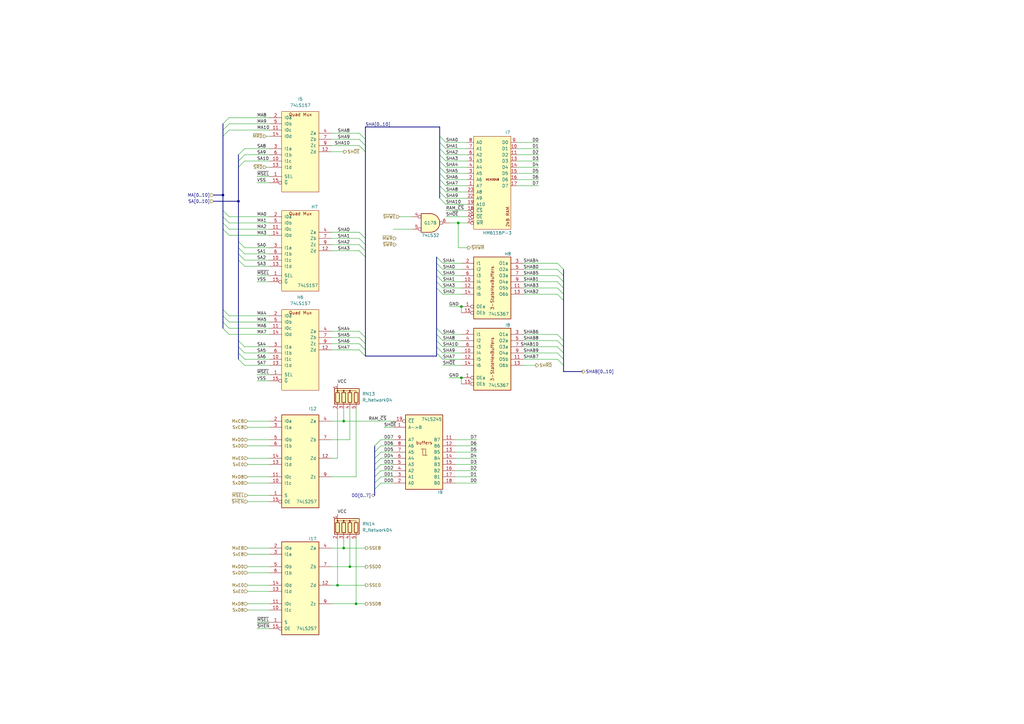
<source format=kicad_sch>
(kicad_sch (version 20231120) (generator "eeschema") (generator_version "8.0")
  (paper "A3")
  (title_block (title "Shared Memory") (date "2024-10-12") (company "JOTEGO") (comment 1 "Jose Tejada"))
  (lib_symbols
    (symbol "Device:R_Network04" (pin_names (offset 0) hide)
      (property "Reference" "RN" (at -7.62 0 90))
      (property "Value" "R_Network04" (at 5.08 0 90))
      (symbol "R_Network04_0_1"
        (rectangle (start -6.35 -3.175) (end 3.81 3.175) (stroke (width 0.254)) (fill (type background)))
        (rectangle (start -5.842 1.524) (end -4.318 -2.54) (stroke (width 0.254)))
        (circle (center -5.08 2.286) (radius 0.254) (fill (type outline)))
        (rectangle (start -3.302 1.524) (end -1.778 -2.54) (stroke (width 0.254)))
        (circle (center -2.54 2.286) (radius 0.254) (fill (type outline)))
        (rectangle (start -0.762 1.524) (end 0.762 -2.54) (stroke (width 0.254)))
        (polyline (pts (xy -5.08 -2.54) (xy -5.08 -3.81)))
        (polyline (pts (xy -2.54 -2.54) (xy -2.54 -3.81)))
        (polyline (pts (xy 0 -2.54) (xy 0 -3.81)))
        (polyline (pts (xy 2.54 -2.54) (xy 2.54 -3.81)))
        (polyline (pts (xy -5.08 1.524) (xy -5.08 2.286) (xy -2.54 2.286) (xy -2.54 1.524)))
        (polyline (pts (xy -2.54 1.524) (xy -2.54 2.286) (xy 0 2.286) (xy 0 1.524)))
        (polyline (pts (xy 0 1.524) (xy 0 2.286) (xy 2.54 2.286) (xy 2.54 1.524)))
        (circle (center 0 2.286) (radius 0.254) (fill (type outline)))
        (rectangle (start 1.778 1.524) (end 3.302 -2.54) (stroke (width 0.254)))
      )
      (symbol "R_Network04_1_1"
        (pin passive line (at -5.08 5.08 270) (length 2.54) (name "common") (number "1"))
        (pin passive line (at -5.08 -5.08 90) (length 1.27) (name "R1") (number "2"))
        (pin passive line (at -2.54 -5.08 90) (length 1.27) (name "R2") (number "3"))
        (pin passive line (at 0 -5.08 90) (length 1.27) (name "R3") (number "4"))
        (pin passive line (at 2.54 -5.08 90) (length 1.27) (name "R4") (number "5"))
      )
    )
    (symbol "arcade:HM6116P-3" (pin_names (offset 1.016))
      (property "Reference" "U" (at 0 21.59 0))
      (property "Value" "HM6116P-3" (at 1.27 19.05 0))
      (symbol "HM6116P-3_0_0"
        (text "2kB RAM" (at 6.35 -15.24 900) (effects (font (size 1.27 1.27))))
        (text "MCM2018" (at 0 0 0) (effects (font (size 0.762 0.762))))
      )
      (symbol "HM6116P-3_0_1"
        (rectangle (start -7.62 17.78) (end 7.62 -20.32) (fill (type background)))
      )
      (symbol "HM6116P-3_1_1"
        (pin input line (at -10.16 -2.54 0) (length 2.54) (name "A7") (number "1"))
        (pin tri_state line (at 10.16 12.7 180) (length 2.54) (name "D1") (number "10"))
        (pin tri_state line (at 10.16 10.16 180) (length 2.54) (name "D2") (number "11"))
        (pin power_in line (at 0 -20.32 90) (length 5.08) hide (name "VSS") (number "12"))
        (pin tri_state line (at 10.16 7.62 180) (length 2.54) (name "D3") (number "13"))
        (pin tri_state line (at 10.16 5.08 180) (length 2.54) (name "D4") (number "14"))
        (pin tri_state line (at 10.16 2.54 180) (length 2.54) (name "D5") (number "15"))
        (pin tri_state line (at 10.16 0 180) (length 2.54) (name "D6") (number "16"))
        (pin tri_state line (at 10.16 -2.54 180) (length 2.54) (name "D7") (number "17"))
        (pin input inverted (at -10.16 -12.7 0) (length 2.54) (name "~{CS}") (number "18"))
        (pin input line (at -10.16 -10.16 0) (length 2.54) (name "A10") (number "19"))
        (pin input line (at -10.16 0 0) (length 2.54) (name "A6") (number "2"))
        (pin input inverted (at -10.16 -15.24 0) (length 2.54) (name "~{OE}") (number "20"))
        (pin input inverted (at -10.16 -17.78 0) (length 2.54) (name "~{WR}") (number "21"))
        (pin input line (at -10.16 -7.62 0) (length 2.54) (name "A9") (number "22"))
        (pin input line (at -10.16 -5.08 0) (length 2.54) (name "A8") (number "23"))
        (pin power_in line (at 0 17.78 270) (length 5.08) hide (name "VCC") (number "24"))
        (pin input line (at -10.16 2.54 0) (length 2.54) (name "A5") (number "3"))
        (pin input line (at -10.16 5.08 0) (length 2.54) (name "A4") (number "4"))
        (pin input line (at -10.16 7.62 0) (length 2.54) (name "A3") (number "5"))
        (pin input line (at -10.16 10.16 0) (length 2.54) (name "A2") (number "6"))
        (pin input line (at -10.16 12.7 0) (length 2.54) (name "A1") (number "7"))
        (pin input line (at -10.16 15.24 0) (length 2.54) (name "A0") (number "8"))
        (pin tri_state line (at 10.16 15.24 180) (length 2.54) (name "D0") (number "9"))
      )
    )
    (symbol "jt74:74LS157" (pin_names (offset 1.016))
      (property "Reference" "U" (at 5.08 16.51 0))
      (property "Value" "74LS157" (at 0 -16.51 0))
      (symbol "74LS157_0_0"
        (text "Quad Mux" (at 0 13.97 0) (effects (font (size 1.27 1.27))))
      )
      (symbol "74LS157_1_0"
        (pin input line (at -12.7 -11.43 0) (length 5.08) (name "SEL") (number "1"))
        (pin input line (at -12.7 -5.08 0) (length 5.08) (name "I1c") (number "10"))
        (pin input line (at -12.7 7.62 0) (length 5.08) (name "I0c") (number "11"))
        (pin output line (at 12.7 -1.27 180) (length 5.08) (name "Zd") (number "12"))
        (pin input line (at -12.7 -7.62 0) (length 5.08) (name "I1d") (number "13"))
        (pin input line (at -12.7 5.08 0) (length 5.08) (name "I0d") (number "14"))
        (pin input inverted (at -12.7 -13.97 0) (length 5.08) (name "~{G}") (number "15"))
        (pin input line (at -12.7 12.7 0) (length 5.08) (name "I0a") (number "2"))
        (pin input line (at -12.7 0 0) (length 5.08) (name "I1a") (number "3"))
        (pin output line (at 12.7 6.35 180) (length 5.08) (name "Za") (number "4"))
        (pin input line (at -12.7 10.16 0) (length 5.08) (name "I0b") (number "5"))
        (pin input line (at -12.7 -2.54 0) (length 5.08) (name "I1b") (number "6"))
        (pin output line (at 12.7 3.81 180) (length 5.08) (name "Zb") (number "7"))
        (pin output line (at 12.7 1.27 180) (length 5.08) (name "Zc") (number "9"))
      )
      (symbol "74LS157_1_1"
        (rectangle (start -7.62 15.24) (end 7.62 -17.78) (fill (type background)))
      )
    )
    (symbol "jt74:74LS245" (pin_names (offset 1.016))
      (property "Reference" "U" (at -7.62 16.51 0))
      (property "Value" "74LS245" (at 2.54 -13.97 0))
      (symbol "74LS245_0_0"
        (text "buffers" (at 0 -3.81 0) (effects (font (size 1.27 1.27))))
      )
      (symbol "74LS245_1_0"
        (polyline (pts (xy -0.635 -1.27) (xy -0.635 1.27) (xy 0.635 1.27)))
        (polyline (pts (xy -1.27 -1.27) (xy 0.635 -1.27) (xy 0.635 1.27) (xy 1.27 1.27)))
        (pin input line (at -12.7 -10.16 0) (length 5.08) (name "A->B") (number "1"))
        (pin tri_state line (at 12.7 -5.08 180) (length 5.08) (name "B7") (number "11"))
        (pin tri_state line (at 12.7 -2.54 180) (length 5.08) (name "B6") (number "12"))
        (pin tri_state line (at 12.7 0 180) (length 5.08) (name "B5") (number "13"))
        (pin tri_state line (at 12.7 2.54 180) (length 5.08) (name "B4") (number "14"))
        (pin tri_state line (at 12.7 5.08 180) (length 5.08) (name "B3") (number "15"))
        (pin tri_state line (at 12.7 7.62 180) (length 5.08) (name "B2") (number "16"))
        (pin tri_state line (at 12.7 10.16 180) (length 5.08) (name "B1") (number "17"))
        (pin tri_state line (at 12.7 12.7 180) (length 5.08) (name "B0") (number "18"))
        (pin input inverted (at -12.7 -12.7 0) (length 5.08) (name "~{CE}") (number "19"))
        (pin tri_state line (at -12.7 12.7 0) (length 5.08) (name "A0") (number "2"))
        (pin tri_state line (at -12.7 10.16 0) (length 5.08) (name "A1") (number "3"))
        (pin tri_state line (at -12.7 7.62 0) (length 5.08) (name "A2") (number "4"))
        (pin tri_state line (at -12.7 5.08 0) (length 5.08) (name "A3") (number "5"))
        (pin tri_state line (at -12.7 2.54 0) (length 5.08) (name "A4") (number "6"))
        (pin tri_state line (at -12.7 0 0) (length 5.08) (name "A5") (number "7"))
        (pin tri_state line (at -12.7 -2.54 0) (length 5.08) (name "A6") (number "8"))
        (pin tri_state line (at -12.7 -5.08 0) (length 5.08) (name "A7") (number "9"))
      )
      (symbol "74LS245_1_1"
        (rectangle (start -7.62 15.24) (end 7.62 -15.24) (stroke (width 0.254)) (fill (type background)))
      )
    )
    (symbol "jt74:74LS257" (pin_names (offset 1.016))
      (property "Reference" "U" (at -7.62 19.05 0))
      (property "Value" "74LS257" (at 3.048 -18.923 0))
      (symbol "74LS257_1_0"
        (pin input line (at -12.7 -15.24 0) (length 5.08) (name "S") (number "1"))
        (pin input line (at -12.7 -10.16 0) (length 5.08) (name "I1c") (number "10"))
        (pin input line (at -12.7 -7.62 0) (length 5.08) (name "I0c") (number "11"))
        (pin tri_state line (at 12.7 0 180) (length 5.08) (name "Zd") (number "12"))
        (pin input line (at -12.7 -2.54 0) (length 5.08) (name "I1d") (number "13"))
        (pin input line (at -12.7 0 0) (length 5.08) (name "I0d") (number "14"))
        (pin input inverted (at -12.7 -17.78 0) (length 5.08) (name "OE") (number "15"))
        (pin input line (at -12.7 15.24 0) (length 5.08) (name "I0a") (number "2"))
        (pin input line (at -12.7 12.7 0) (length 5.08) (name "I1a") (number "3"))
        (pin tri_state line (at 12.7 15.24 180) (length 5.08) (name "Za") (number "4"))
        (pin input line (at -12.7 7.62 0) (length 5.08) (name "I0b") (number "5"))
        (pin input line (at -12.7 5.08 0) (length 5.08) (name "I1b") (number "6"))
        (pin tri_state line (at 12.7 7.62 180) (length 5.08) (name "Zb") (number "7"))
        (pin tri_state line (at 12.7 -7.62 180) (length 5.08) (name "Zc") (number "9"))
      )
      (symbol "74LS257_1_1"
        (rectangle (start -7.62 17.78) (end 7.62 -20.32) (stroke (width 0.254)) (fill (type background)))
      )
    )
    (symbol "jt74:74LS32" (pin_names (offset 1.016))
      (property "Reference" "U" (at 0 1.27 0))
      (property "Value" "74LS32" (at 0 -1.27 0))
      (symbol "74LS32_1_1"
        (arc (start -3.81 -3.81) (mid -2.589 0) (end -3.81 3.81) (stroke (width 0.254)))
        (arc (start -0.6096 -3.81) (mid 2.1842 -2.5851) (end 3.81 0) (stroke (width 0.254)) (fill (type background)))
        (polyline (pts (xy -3.81 -3.81) (xy -0.635 -3.81)) (stroke (width 0.254)) (fill (type background)))
        (polyline (pts (xy -3.81 3.81) (xy -0.635 3.81)) (stroke (width 0.254)) (fill (type background)))
        (polyline (pts (xy -0.635 3.81) (xy -3.81 3.81) (xy -3.81 3.81) (xy -3.556 3.4036) (xy -3.0226 2.2606) (xy -2.6924 1.0414) (xy -2.6162 -0.254) (xy -2.7686 -1.4986) (xy -3.175 -2.7178) (xy -3.81 -3.81) (xy -3.81 -3.81) (xy -0.635 -3.81)) (stroke (width -25.4)) (fill (type background)))
        (arc (start 3.81 0) (mid 2.1915 2.5936) (end -0.6096 3.81) (stroke (width 0.254)) (fill (type background)))
        (pin input line (at -7.62 2.54 0) (length 4.318) (name "~") (number "1"))
        (pin input line (at -7.62 -2.54 0) (length 4.318) (name "~") (number "2"))
        (pin output line (at 7.62 0 180) (length 3.81) (name "~") (number "3"))
      )
      (symbol "74LS32_1_2"
        (arc (start 0 -3.81) (mid 3.7934 0) (end 0 3.81) (stroke (width 0.254)) (fill (type background)))
        (polyline (pts (xy 0 3.81) (xy -3.81 3.81) (xy -3.81 -3.81) (xy 0 -3.81)) (stroke (width 0.254)) (fill (type background)))
        (pin input inverted (at -7.62 2.54 0) (length 3.81) (name "~") (number "1"))
        (pin input inverted (at -7.62 -2.54 0) (length 3.81) (name "~") (number "2"))
        (pin output inverted (at 7.62 0 180) (length 3.81) (name "~") (number "3"))
      )
      (symbol "74LS32_2_1"
        (arc (start -3.81 -3.81) (mid -2.589 0) (end -3.81 3.81) (stroke (width 0.254)))
        (arc (start -0.6096 -3.81) (mid 2.1842 -2.5851) (end 3.81 0) (stroke (width 0.254)) (fill (type background)))
        (polyline (pts (xy -3.81 -3.81) (xy -0.635 -3.81)) (stroke (width 0.254)) (fill (type background)))
        (polyline (pts (xy -3.81 3.81) (xy -0.635 3.81)) (stroke (width 0.254)) (fill (type background)))
        (polyline (pts (xy -0.635 3.81) (xy -3.81 3.81) (xy -3.81 3.81) (xy -3.556 3.4036) (xy -3.0226 2.2606) (xy -2.6924 1.0414) (xy -2.6162 -0.254) (xy -2.7686 -1.4986) (xy -3.175 -2.7178) (xy -3.81 -3.81) (xy -3.81 -3.81) (xy -0.635 -3.81)) (stroke (width -25.4)) (fill (type background)))
        (arc (start 3.81 0) (mid 2.1915 2.5936) (end -0.6096 3.81) (stroke (width 0.254)) (fill (type background)))
        (pin input line (at -7.62 2.54 0) (length 4.318) (name "~") (number "4"))
        (pin input line (at -7.62 -2.54 0) (length 4.318) (name "~") (number "5"))
        (pin output line (at 7.62 0 180) (length 3.81) (name "~") (number "6"))
      )
      (symbol "74LS32_2_2"
        (arc (start 0 -3.81) (mid 3.7934 0) (end 0 3.81) (stroke (width 0.254)) (fill (type background)))
        (polyline (pts (xy 0 3.81) (xy -3.81 3.81) (xy -3.81 -3.81) (xy 0 -3.81)) (stroke (width 0.254)) (fill (type background)))
        (pin input inverted (at -7.62 2.54 0) (length 3.81) (name "~") (number "4"))
        (pin input inverted (at -7.62 -2.54 0) (length 3.81) (name "~") (number "5"))
        (pin output inverted (at 7.62 0 180) (length 3.81) (name "~") (number "6"))
      )
      (symbol "74LS32_3_1"
        (arc (start -3.81 -3.81) (mid -2.589 0) (end -3.81 3.81) (stroke (width 0.254)))
        (arc (start -0.6096 -3.81) (mid 2.1842 -2.5851) (end 3.81 0) (stroke (width 0.254)) (fill (type background)))
        (polyline (pts (xy -3.81 -3.81) (xy -0.635 -3.81)) (stroke (width 0.254)) (fill (type background)))
        (polyline (pts (xy -3.81 3.81) (xy -0.635 3.81)) (stroke (width 0.254)) (fill (type background)))
        (polyline (pts (xy -0.635 3.81) (xy -3.81 3.81) (xy -3.81 3.81) (xy -3.556 3.4036) (xy -3.0226 2.2606) (xy -2.6924 1.0414) (xy -2.6162 -0.254) (xy -2.7686 -1.4986) (xy -3.175 -2.7178) (xy -3.81 -3.81) (xy -3.81 -3.81) (xy -0.635 -3.81)) (stroke (width -25.4)) (fill (type background)))
        (arc (start 3.81 0) (mid 2.1915 2.5936) (end -0.6096 3.81) (stroke (width 0.254)) (fill (type background)))
        (pin input line (at -7.62 -2.54 0) (length 4.318) (name "~") (number "10"))
        (pin output line (at 7.62 0 180) (length 3.81) (name "~") (number "8"))
        (pin input line (at -7.62 2.54 0) (length 4.318) (name "~") (number "9"))
      )
      (symbol "74LS32_3_2"
        (arc (start 0 -3.81) (mid 3.7934 0) (end 0 3.81) (stroke (width 0.254)) (fill (type background)))
        (polyline (pts (xy 0 3.81) (xy -3.81 3.81) (xy -3.81 -3.81) (xy 0 -3.81)) (stroke (width 0.254)) (fill (type background)))
        (pin input inverted (at -7.62 -2.54 0) (length 3.81) (name "~") (number "10"))
        (pin output inverted (at 7.62 0 180) (length 3.81) (name "~") (number "8"))
        (pin input inverted (at -7.62 2.54 0) (length 3.81) (name "~") (number "9"))
      )
      (symbol "74LS32_4_1"
        (arc (start -3.81 -3.81) (mid -2.589 0) (end -3.81 3.81) (stroke (width 0.254)))
        (arc (start -0.6096 -3.81) (mid 2.1842 -2.5851) (end 3.81 0) (stroke (width 0.254)) (fill (type background)))
        (polyline (pts (xy -3.81 -3.81) (xy -0.635 -3.81)) (stroke (width 0.254)) (fill (type background)))
        (polyline (pts (xy -3.81 3.81) (xy -0.635 3.81)) (stroke (width 0.254)) (fill (type background)))
        (polyline (pts (xy -0.635 3.81) (xy -3.81 3.81) (xy -3.81 3.81) (xy -3.556 3.4036) (xy -3.0226 2.2606) (xy -2.6924 1.0414) (xy -2.6162 -0.254) (xy -2.7686 -1.4986) (xy -3.175 -2.7178) (xy -3.81 -3.81) (xy -3.81 -3.81) (xy -0.635 -3.81)) (stroke (width -25.4)) (fill (type background)))
        (arc (start 3.81 0) (mid 2.1915 2.5936) (end -0.6096 3.81) (stroke (width 0.254)) (fill (type background)))
        (pin output line (at 7.62 0 180) (length 3.81) (name "~") (number "11"))
        (pin input line (at -7.62 2.54 0) (length 4.318) (name "~") (number "12"))
        (pin input line (at -7.62 -2.54 0) (length 4.318) (name "~") (number "13"))
      )
      (symbol "74LS32_4_2"
        (arc (start 0 -3.81) (mid 3.7934 0) (end 0 3.81) (stroke (width 0.254)) (fill (type background)))
        (polyline (pts (xy 0 3.81) (xy -3.81 3.81) (xy -3.81 -3.81) (xy 0 -3.81)) (stroke (width 0.254)) (fill (type background)))
        (pin output inverted (at 7.62 0 180) (length 3.81) (name "~") (number "11"))
        (pin input inverted (at -7.62 2.54 0) (length 3.81) (name "~") (number "12"))
        (pin input inverted (at -7.62 -2.54 0) (length 3.81) (name "~") (number "13"))
      )
      (symbol "74LS32_5_0"
        (pin power_in line (at 0 7.62 270) (length 5.08) hide (name "VCC") (number "14"))
        (pin power_in line (at 0 -7.62 90) (length 5.08) hide (name "VSS") (number "7"))
      )
      (symbol "74LS32_5_1"
        (rectangle (start -5.08 7.62) (end 5.08 -7.62) (stroke (width 0.254)) (fill (type background)))
      )
    )
    (symbol "jt74:74LS367" (pin_names (offset 1.016))
      (property "Reference" "U" (at -7.62 13.97 0))
      (property "Value" "74LS367" (at -7.62 -13.97 0))
      (symbol "74LS367_0_0"
        (text "3-StateHexBuffers" (at 0 0 900) (effects (font (size 1.27 1.27))))
      )
      (symbol "74LS367_1_0"
        (pin input inverted (at -12.7 -7.62 0) (length 5.08) (name "OEa") (number "1"))
        (pin input line (at -12.7 2.54 0) (length 5.08) (name "I4") (number "10"))
        (pin tri_state line (at 12.7 0 180) (length 5.08) (name "O5b") (number "11"))
        (pin input line (at -12.7 0 0) (length 5.08) (name "I5") (number "12"))
        (pin tri_state line (at 12.7 -2.54 180) (length 5.08) (name "O6b") (number "13"))
        (pin input line (at -12.7 -2.54 0) (length 5.08) (name "I6") (number "14"))
        (pin input inverted (at -12.7 -10.16 0) (length 5.08) (name "OEb") (number "15"))
        (pin input line (at -12.7 10.16 0) (length 5.08) (name "I1") (number "2"))
        (pin tri_state line (at 12.7 10.16 180) (length 5.08) (name "O1a") (number "3"))
        (pin input line (at -12.7 7.62 0) (length 5.08) (name "I2") (number "4"))
        (pin tri_state line (at 12.7 7.62 180) (length 5.08) (name "O2a") (number "5"))
        (pin input line (at -12.7 5.08 0) (length 5.08) (name "I3") (number "6"))
        (pin tri_state line (at 12.7 5.08 180) (length 5.08) (name "O3a") (number "7"))
        (pin tri_state line (at 12.7 2.54 180) (length 5.08) (name "O4a") (number "9"))
      )
      (symbol "74LS367_1_1"
        (rectangle (start -7.62 12.7) (end 7.62 -12.7) (stroke (width 0.254)) (fill (type background)))
        (pin power_in line (at 0 12.7 270) (length 2.54) hide (name "VCC") (number "16"))
        (pin power_in line (at 0 -12.7 90) (length 2.54) hide (name "VSS") (number "8"))
      )
    )
  )
  (junction (at 189.23 154.94))
  (junction (at 140.97 172.72))
  (junction (at 91.44 80.01))
  (junction (at 97.79 82.55))
  (junction (at 140.97 224.79))
  (junction (at 143.51 232.41))
  (junction (at 189.23 125.73))
  (junction (at 187.96 91.44))
  (junction (at 146.05 247.65))
  (junction (at 138.43 240.03))
  (bus_entry (at 180.34 78.74) (size 2.54 2.54))
  (bus_entry (at 153.67 185.42) (size 2.54 -2.54))
  (bus_entry (at 97.79 66.04) (size 2.54 -2.54))
  (bus_entry (at 147.32 143.51) (size 2.54 2.54))
  (bus_entry (at 180.34 66.04) (size 2.54 2.54))
  (bus_entry (at 228.6 137.16) (size 2.54 2.54))
  (bus_entry (at 228.6 115.57) (size 2.54 2.54))
  (bus_entry (at 153.67 200.66) (size 2.54 -2.54))
  (bus_entry (at 180.34 55.88) (size 2.54 2.54))
  (bus_entry (at 180.34 73.66) (size 2.54 2.54))
  (bus_entry (at 97.79 68.58) (size 2.54 -2.54))
  (bus_entry (at 180.34 68.58) (size 2.54 2.54))
  (bus_entry (at 91.44 127) (size 2.54 2.54))
  (bus_entry (at 179.07 110.49) (size 2.54 2.54))
  (bus_entry (at 179.07 113.03) (size 2.54 2.54))
  (bus_entry (at 228.6 107.95) (size 2.54 2.54))
  (bus_entry (at 228.6 110.49) (size 2.54 2.54))
  (bus_entry (at 179.07 118.11) (size 2.54 2.54))
  (bus_entry (at 91.44 86.36) (size 2.54 2.54))
  (bus_entry (at 147.32 135.89) (size 2.54 2.54))
  (bus_entry (at 91.44 53.34) (size 2.54 -2.54))
  (bus_entry (at 91.44 91.44) (size 2.54 2.54))
  (bus_entry (at 97.79 139.7) (size 2.54 2.54))
  (bus_entry (at 147.32 57.15) (size 2.54 2.54))
  (bus_entry (at 91.44 55.88) (size 2.54 -2.54))
  (bus_entry (at 180.34 60.96) (size 2.54 2.54))
  (bus_entry (at 97.79 104.14) (size 2.54 2.54))
  (bus_entry (at 147.32 138.43) (size 2.54 2.54))
  (bus_entry (at 180.34 63.5) (size 2.54 2.54))
  (bus_entry (at 147.32 100.33) (size 2.54 2.54))
  (bus_entry (at 228.6 147.32) (size 2.54 2.54))
  (bus_entry (at 147.32 97.79) (size 2.54 2.54))
  (bus_entry (at 91.44 129.54) (size 2.54 2.54))
  (bus_entry (at 228.6 118.11) (size 2.54 2.54))
  (bus_entry (at 91.44 93.98) (size 2.54 2.54))
  (bus_entry (at 228.6 144.78) (size 2.54 2.54))
  (bus_entry (at 180.34 58.42) (size 2.54 2.54))
  (bus_entry (at 91.44 88.9) (size 2.54 2.54))
  (bus_entry (at 179.07 105.41) (size 2.54 2.54))
  (bus_entry (at 147.32 95.25) (size 2.54 2.54))
  (bus_entry (at 97.79 106.68) (size 2.54 2.54))
  (bus_entry (at 179.07 139.7) (size 2.54 2.54))
  (bus_entry (at 153.67 195.58) (size 2.54 -2.54))
  (bus_entry (at 228.6 139.7) (size 2.54 2.54))
  (bus_entry (at 153.67 198.12) (size 2.54 -2.54))
  (bus_entry (at 179.07 115.57) (size 2.54 2.54))
  (bus_entry (at 153.67 190.5) (size 2.54 -2.54))
  (bus_entry (at 179.07 107.95) (size 2.54 2.54))
  (bus_entry (at 180.34 81.28) (size 2.54 2.54))
  (bus_entry (at 147.32 102.87) (size 2.54 2.54))
  (bus_entry (at 147.32 54.61) (size 2.54 2.54))
  (bus_entry (at 179.07 134.62) (size 2.54 2.54))
  (bus_entry (at 91.44 50.8) (size 2.54 -2.54))
  (bus_entry (at 179.07 144.78) (size 2.54 2.54))
  (bus_entry (at 147.32 59.69) (size 2.54 2.54))
  (bus_entry (at 180.34 76.2) (size 2.54 2.54))
  (bus_entry (at 97.79 99.06) (size 2.54 2.54))
  (bus_entry (at 180.34 71.12) (size 2.54 2.54))
  (bus_entry (at 153.67 187.96) (size 2.54 -2.54))
  (bus_entry (at 153.67 193.04) (size 2.54 -2.54))
  (bus_entry (at 91.44 132.08) (size 2.54 2.54))
  (bus_entry (at 179.07 137.16) (size 2.54 2.54))
  (bus_entry (at 97.79 144.78) (size 2.54 2.54))
  (bus_entry (at 147.32 140.97) (size 2.54 2.54))
  (bus_entry (at 153.67 182.88) (size 2.54 -2.54))
  (bus_entry (at 97.79 147.32) (size 2.54 2.54))
  (bus_entry (at 97.79 63.5) (size 2.54 -2.54))
  (bus_entry (at 228.6 113.03) (size 2.54 2.54))
  (bus_entry (at 228.6 120.65) (size 2.54 2.54))
  (bus_entry (at 91.44 134.62) (size 2.54 2.54))
  (bus_entry (at 179.07 142.24) (size 2.54 2.54))
  (bus_entry (at 97.79 142.24) (size 2.54 2.54))
  (bus_entry (at 228.6 142.24) (size 2.54 2.54))
  (bus_entry (at 97.79 101.6) (size 2.54 2.54))
  (wire (pts (xy 181.61 118.11) (xy 189.23 118.11)))
  (wire (pts (xy 156.21 180.34) (xy 161.29 180.34)))
  (wire (pts (xy 186.69 198.12) (xy 195.58 198.12)))
  (wire (pts (xy 182.88 81.28) (xy 191.77 81.28)))
  (bus (pts (xy 179.07 134.62) (xy 179.07 137.16)))
  (wire (pts (xy 146.05 247.65) (xy 135.89 247.65)))
  (wire (pts (xy 143.51 167.64) (xy 143.51 180.34)))
  (bus (pts (xy 149.86 57.15) (xy 149.86 52.07)))
  (wire (pts (xy 163.83 88.9) (xy 168.91 88.9)))
  (bus (pts (xy 87.63 82.55) (xy 97.79 82.55)))
  (wire (pts (xy 101.6 224.79) (xy 110.49 224.79)))
  (bus (pts (xy 97.79 82.55) (xy 97.79 99.06)))
  (bus (pts (xy 97.79 142.24) (xy 97.79 144.78)))
  (wire (pts (xy 182.88 83.82) (xy 191.77 83.82)))
  (wire (pts (xy 146.05 247.65) (xy 149.86 247.65)))
  (wire (pts (xy 212.09 58.42) (xy 220.98 58.42)))
  (wire (pts (xy 93.98 132.08) (xy 110.49 132.08)))
  (wire (pts (xy 181.61 107.95) (xy 189.23 107.95)))
  (wire (pts (xy 212.09 76.2) (xy 220.98 76.2)))
  (wire (pts (xy 101.6 247.65) (xy 110.49 247.65)))
  (wire (pts (xy 138.43 240.03) (xy 135.89 240.03)))
  (wire (pts (xy 105.41 72.39) (xy 110.49 72.39)))
  (wire (pts (xy 135.89 172.72) (xy 140.97 172.72)))
  (wire (pts (xy 156.21 190.5) (xy 161.29 190.5)))
  (wire (pts (xy 101.6 240.03) (xy 110.49 240.03)))
  (wire (pts (xy 212.09 63.5) (xy 220.98 63.5)))
  (bus (pts (xy 180.34 68.58) (xy 180.34 71.12)))
  (wire (pts (xy 182.88 66.04) (xy 191.77 66.04)))
  (wire (pts (xy 100.33 142.24) (xy 110.49 142.24)))
  (wire (pts (xy 214.63 137.16) (xy 228.6 137.16)))
  (wire (pts (xy 214.63 118.11) (xy 228.6 118.11)))
  (wire (pts (xy 105.41 74.93) (xy 110.49 74.93)))
  (bus (pts (xy 180.34 58.42) (xy 180.34 60.96)))
  (bus (pts (xy 179.07 115.57) (xy 179.07 118.11)))
  (bus (pts (xy 149.86 146.05) (xy 179.07 146.05)))
  (wire (pts (xy 138.43 187.96) (xy 135.89 187.96)))
  (wire (pts (xy 147.32 138.43) (xy 135.89 138.43)))
  (wire (pts (xy 101.6 227.33) (xy 110.49 227.33)))
  (bus (pts (xy 179.07 144.78) (xy 179.07 146.05)))
  (bus (pts (xy 91.44 132.08) (xy 91.44 134.62)))
  (bus (pts (xy 179.07 107.95) (xy 179.07 110.49)))
  (bus (pts (xy 153.67 187.96) (xy 153.67 190.5)))
  (bus (pts (xy 231.14 115.57) (xy 231.14 118.11)))
  (wire (pts (xy 212.09 73.66) (xy 220.98 73.66)))
  (wire (pts (xy 156.21 193.04) (xy 161.29 193.04)))
  (bus (pts (xy 179.07 137.16) (xy 179.07 139.7)))
  (wire (pts (xy 140.97 167.64) (xy 140.97 172.72)))
  (wire (pts (xy 182.88 58.42) (xy 191.77 58.42)))
  (bus (pts (xy 231.14 113.03) (xy 231.14 115.57)))
  (bus (pts (xy 231.14 118.11) (xy 231.14 120.65)))
  (wire (pts (xy 101.6 190.5) (xy 110.49 190.5)))
  (bus (pts (xy 180.34 55.88) (xy 180.34 58.42)))
  (wire (pts (xy 140.97 224.79) (xy 135.89 224.79)))
  (wire (pts (xy 189.23 154.94) (xy 189.23 157.48)))
  (wire (pts (xy 100.33 60.96) (xy 110.49 60.96)))
  (wire (pts (xy 182.88 78.74) (xy 191.77 78.74)))
  (wire (pts (xy 214.63 144.78) (xy 228.6 144.78)))
  (wire (pts (xy 93.98 50.8) (xy 110.49 50.8)))
  (wire (pts (xy 135.89 135.89) (xy 147.32 135.89)))
  (bus (pts (xy 91.44 55.88) (xy 91.44 80.01)))
  (bus (pts (xy 149.86 138.43) (xy 149.86 140.97)))
  (wire (pts (xy 181.61 120.65) (xy 189.23 120.65)))
  (wire (pts (xy 186.69 180.34) (xy 195.58 180.34)))
  (wire (pts (xy 181.61 142.24) (xy 189.23 142.24)))
  (wire (pts (xy 182.88 71.12) (xy 191.77 71.12)))
  (wire (pts (xy 101.6 198.12) (xy 110.49 198.12)))
  (wire (pts (xy 105.41 156.21) (xy 110.49 156.21)))
  (bus (pts (xy 97.79 106.68) (xy 97.79 139.7)))
  (bus (pts (xy 97.79 106.68) (xy 97.79 104.14)))
  (bus (pts (xy 153.67 198.12) (xy 153.67 200.66)))
  (wire (pts (xy 140.97 172.72) (xy 161.29 172.72)))
  (wire (pts (xy 181.61 149.86) (xy 189.23 149.86)))
  (wire (pts (xy 93.98 53.34) (xy 110.49 53.34)))
  (wire (pts (xy 182.88 73.66) (xy 191.77 73.66)))
  (wire (pts (xy 143.51 220.98) (xy 143.51 232.41)))
  (bus (pts (xy 153.67 200.66) (xy 153.67 203.2)))
  (wire (pts (xy 214.63 120.65) (xy 228.6 120.65)))
  (bus (pts (xy 180.34 63.5) (xy 180.34 66.04)))
  (wire (pts (xy 212.09 71.12) (xy 220.98 71.12)))
  (bus (pts (xy 231.14 110.49) (xy 231.14 113.03)))
  (bus (pts (xy 91.44 127) (xy 91.44 129.54)))
  (wire (pts (xy 101.6 175.26) (xy 110.49 175.26)))
  (wire (pts (xy 214.63 147.32) (xy 228.6 147.32)))
  (wire (pts (xy 161.29 93.98) (xy 168.91 93.98)))
  (wire (pts (xy 93.98 96.52) (xy 110.49 96.52)))
  (wire (pts (xy 182.88 60.96) (xy 191.77 60.96)))
  (bus (pts (xy 149.86 97.79) (xy 149.86 100.33)))
  (bus (pts (xy 149.86 52.07) (xy 180.34 52.07)))
  (wire (pts (xy 93.98 137.16) (xy 110.49 137.16)))
  (wire (pts (xy 214.63 110.49) (xy 228.6 110.49)))
  (bus (pts (xy 180.34 52.07) (xy 180.34 55.88)))
  (bus (pts (xy 179.07 118.11) (xy 179.07 134.62)))
  (wire (pts (xy 182.88 88.9) (xy 191.77 88.9)))
  (bus (pts (xy 231.14 147.32) (xy 231.14 149.86)))
  (bus (pts (xy 149.86 105.41) (xy 149.86 138.43)))
  (wire (pts (xy 100.33 63.5) (xy 110.49 63.5)))
  (wire (pts (xy 181.61 139.7) (xy 189.23 139.7)))
  (wire (pts (xy 138.43 167.64) (xy 138.43 187.96)))
  (bus (pts (xy 153.67 190.5) (xy 153.67 193.04)))
  (bus (pts (xy 231.14 144.78) (xy 231.14 147.32)))
  (bus (pts (xy 87.63 80.01) (xy 91.44 80.01)))
  (wire (pts (xy 212.09 60.96) (xy 220.98 60.96)))
  (wire (pts (xy 181.61 113.03) (xy 189.23 113.03)))
  (wire (pts (xy 147.32 102.87) (xy 135.89 102.87)))
  (bus (pts (xy 153.67 182.88) (xy 153.67 185.42)))
  (wire (pts (xy 143.51 180.34) (xy 135.89 180.34)))
  (bus (pts (xy 149.86 140.97) (xy 149.86 143.51)))
  (bus (pts (xy 153.67 195.58) (xy 153.67 198.12)))
  (wire (pts (xy 105.41 153.67) (xy 110.49 153.67)))
  (wire (pts (xy 93.98 129.54) (xy 110.49 129.54)))
  (wire (pts (xy 156.21 195.58) (xy 161.29 195.58)))
  (wire (pts (xy 146.05 195.58) (xy 135.89 195.58)))
  (bus (pts (xy 91.44 129.54) (xy 91.44 132.08)))
  (wire (pts (xy 181.61 147.32) (xy 189.23 147.32)))
  (wire (pts (xy 93.98 48.26) (xy 110.49 48.26)))
  (wire (pts (xy 100.33 147.32) (xy 110.49 147.32)))
  (bus (pts (xy 231.14 123.19) (xy 231.14 139.7)))
  (wire (pts (xy 214.63 107.95) (xy 228.6 107.95)))
  (bus (pts (xy 231.14 142.24) (xy 231.14 144.78)))
  (bus (pts (xy 180.34 66.04) (xy 180.34 68.58)))
  (wire (pts (xy 140.97 220.98) (xy 140.97 224.79)))
  (wire (pts (xy 146.05 220.98) (xy 146.05 247.65)))
  (bus (pts (xy 179.07 105.41) (xy 179.07 107.95)))
  (wire (pts (xy 147.32 95.25) (xy 135.89 95.25)))
  (wire (pts (xy 138.43 220.98) (xy 138.43 240.03)))
  (bus (pts (xy 91.44 91.44) (xy 91.44 88.9)))
  (wire (pts (xy 100.33 104.14) (xy 110.49 104.14)))
  (wire (pts (xy 135.89 232.41) (xy 143.51 232.41)))
  (wire (pts (xy 100.33 101.6) (xy 110.49 101.6)))
  (bus (pts (xy 231.14 149.86) (xy 231.14 152.4)))
  (wire (pts (xy 93.98 134.62) (xy 110.49 134.62)))
  (bus (pts (xy 97.79 104.14) (xy 97.79 101.6)))
  (wire (pts (xy 147.32 59.69) (xy 135.89 59.69)))
  (bus (pts (xy 97.79 139.7) (xy 97.79 142.24)))
  (bus (pts (xy 149.86 102.87) (xy 149.86 105.41)))
  (bus (pts (xy 97.79 101.6) (xy 97.79 99.06)))
  (wire (pts (xy 101.6 182.88) (xy 110.49 182.88)))
  (wire (pts (xy 184.15 125.73) (xy 189.23 125.73)))
  (wire (pts (xy 100.33 66.04) (xy 110.49 66.04)))
  (bus (pts (xy 91.44 93.98) (xy 91.44 127)))
  (wire (pts (xy 182.88 76.2) (xy 191.77 76.2)))
  (bus (pts (xy 91.44 53.34) (xy 91.44 55.88)))
  (bus (pts (xy 153.67 193.04) (xy 153.67 195.58)))
  (bus (pts (xy 231.14 139.7) (xy 231.14 142.24)))
  (wire (pts (xy 135.89 62.23) (xy 140.97 62.23)))
  (bus (pts (xy 149.86 57.15) (xy 149.86 59.69)))
  (wire (pts (xy 100.33 106.68) (xy 110.49 106.68)))
  (wire (pts (xy 147.32 57.15) (xy 135.89 57.15)))
  (wire (pts (xy 101.6 234.95) (xy 110.49 234.95)))
  (bus (pts (xy 231.14 152.4) (xy 238.76 152.4)))
  (wire (pts (xy 181.61 115.57) (xy 189.23 115.57)))
  (wire (pts (xy 101.6 180.34) (xy 110.49 180.34)))
  (wire (pts (xy 147.32 97.79) (xy 135.89 97.79)))
  (wire (pts (xy 138.43 240.03) (xy 149.86 240.03)))
  (wire (pts (xy 101.6 195.58) (xy 110.49 195.58)))
  (wire (pts (xy 100.33 144.78) (xy 110.49 144.78)))
  (bus (pts (xy 149.86 59.69) (xy 149.86 62.23)))
  (bus (pts (xy 91.44 88.9) (xy 91.44 86.36)))
  (bus (pts (xy 179.07 139.7) (xy 179.07 142.24)))
  (wire (pts (xy 182.88 86.36) (xy 191.77 86.36)))
  (wire (pts (xy 214.63 113.03) (xy 228.6 113.03)))
  (wire (pts (xy 109.22 68.58) (xy 110.49 68.58)))
  (bus (pts (xy 97.79 66.04) (xy 97.79 68.58)))
  (wire (pts (xy 186.69 193.04) (xy 195.58 193.04)))
  (wire (pts (xy 182.88 68.58) (xy 191.77 68.58)))
  (wire (pts (xy 212.09 68.58) (xy 220.98 68.58)))
  (bus (pts (xy 91.44 50.8) (xy 91.44 53.34)))
  (wire (pts (xy 214.63 139.7) (xy 228.6 139.7)))
  (wire (pts (xy 186.69 195.58) (xy 195.58 195.58)))
  (wire (pts (xy 212.09 66.04) (xy 220.98 66.04)))
  (wire (pts (xy 109.22 55.88) (xy 110.49 55.88)))
  (wire (pts (xy 189.23 125.73) (xy 189.23 128.27)))
  (bus (pts (xy 179.07 142.24) (xy 179.07 144.78)))
  (bus (pts (xy 97.79 144.78) (xy 97.79 147.32)))
  (bus (pts (xy 91.44 93.98) (xy 91.44 91.44)))
  (wire (pts (xy 93.98 88.9) (xy 110.49 88.9)))
  (wire (pts (xy 184.15 91.44) (xy 187.96 91.44)))
  (wire (pts (xy 101.6 172.72) (xy 110.49 172.72)))
  (wire (pts (xy 101.6 187.96) (xy 110.49 187.96)))
  (wire (pts (xy 101.6 205.74) (xy 110.49 205.74)))
  (wire (pts (xy 187.96 91.44) (xy 191.77 91.44)))
  (wire (pts (xy 101.6 232.41) (xy 110.49 232.41)))
  (wire (pts (xy 181.61 137.16) (xy 189.23 137.16)))
  (bus (pts (xy 149.86 143.51) (xy 149.86 146.05)))
  (wire (pts (xy 93.98 93.98) (xy 110.49 93.98)))
  (wire (pts (xy 184.15 154.94) (xy 189.23 154.94)))
  (wire (pts (xy 186.69 182.88) (xy 195.58 182.88)))
  (bus (pts (xy 179.07 113.03) (xy 179.07 115.57)))
  (wire (pts (xy 156.21 187.96) (xy 161.29 187.96)))
  (wire (pts (xy 181.61 110.49) (xy 189.23 110.49)))
  (bus (pts (xy 180.34 71.12) (xy 180.34 73.66)))
  (wire (pts (xy 140.97 224.79) (xy 149.86 224.79)))
  (wire (pts (xy 105.41 257.81) (xy 110.49 257.81)))
  (wire (pts (xy 214.63 115.57) (xy 228.6 115.57)))
  (bus (pts (xy 97.79 68.58) (xy 97.79 82.55)))
  (wire (pts (xy 135.89 54.61) (xy 147.32 54.61)))
  (bus (pts (xy 91.44 86.36) (xy 91.44 80.01)))
  (wire (pts (xy 156.21 185.42) (xy 161.29 185.42)))
  (wire (pts (xy 181.61 144.78) (xy 189.23 144.78)))
  (wire (pts (xy 143.51 232.41) (xy 149.86 232.41)))
  (wire (pts (xy 157.48 175.26) (xy 161.29 175.26)))
  (wire (pts (xy 186.69 190.5) (xy 195.58 190.5)))
  (wire (pts (xy 146.05 167.64) (xy 146.05 195.58)))
  (bus (pts (xy 180.34 73.66) (xy 180.34 76.2)))
  (wire (pts (xy 147.32 143.51) (xy 135.89 143.51)))
  (bus (pts (xy 153.67 185.42) (xy 153.67 187.96)))
  (wire (pts (xy 186.69 187.96) (xy 195.58 187.96)))
  (bus (pts (xy 149.86 62.23) (xy 149.86 97.79)))
  (bus (pts (xy 231.14 120.65) (xy 231.14 123.19)))
  (bus (pts (xy 97.79 63.5) (xy 97.79 66.04)))
  (wire (pts (xy 156.21 198.12) (xy 161.29 198.12)))
  (wire (pts (xy 187.96 91.44) (xy 187.96 101.6)))
  (wire (pts (xy 214.63 149.86) (xy 219.71 149.86)))
  (wire (pts (xy 100.33 149.86) (xy 110.49 149.86)))
  (wire (pts (xy 147.32 140.97) (xy 135.89 140.97)))
  (wire (pts (xy 214.63 142.24) (xy 228.6 142.24)))
  (wire (pts (xy 135.89 100.33) (xy 147.32 100.33)))
  (bus (pts (xy 149.86 100.33) (xy 149.86 102.87)))
  (wire (pts (xy 101.6 242.57) (xy 110.49 242.57)))
  (wire (pts (xy 105.41 115.57) (xy 110.49 115.57)))
  (wire (pts (xy 186.69 185.42) (xy 195.58 185.42)))
  (wire (pts (xy 105.41 255.27) (xy 110.49 255.27)))
  (wire (pts (xy 100.33 109.22) (xy 110.49 109.22)))
  (wire (pts (xy 187.96 101.6) (xy 191.77 101.6)))
  (bus (pts (xy 180.34 78.74) (xy 180.34 81.28)))
  (bus (pts (xy 180.34 60.96) (xy 180.34 63.5)))
  (wire (pts (xy 93.98 91.44) (xy 110.49 91.44)))
  (wire (pts (xy 182.88 63.5) (xy 191.77 63.5)))
  (wire (pts (xy 101.6 203.2) (xy 110.49 203.2)))
  (bus (pts (xy 179.07 110.49) (xy 179.07 113.03)))
  (wire (pts (xy 156.21 182.88) (xy 161.29 182.88)))
  (wire (pts (xy 101.6 250.19) (xy 110.49 250.19)))
  (bus (pts (xy 180.34 76.2) (xy 180.34 78.74)))
  (wire (pts (xy 105.41 113.03) (xy 110.49 113.03)))
  (label "SHA8" (at 181.61 139.7 0))
  (label "SHA10" (at 143.51 59.69 180))
  (label "SHAB1" (at 220.98 115.57 180))
  (label "SHA3" (at 182.88 66.04 0))
  (label "SHA0" (at 143.51 95.25 180))
  (label "SHA6" (at 143.51 140.97 180))
  (label "SHAB0" (at 220.98 110.49 180))
  (label "DD0" (at 157.48 198.12 0))
  (label "D4" (at 220.98 68.58 180))
  (label "D7" (at 195.58 180.34 180))
  (label "SA4" (at 105.41 142.24 0))
  (label "SA10" (at 105.41 66.04 0))
  (label "SHAB5" (at 220.98 113.03 180))
  (label "SHAB3" (at 220.98 118.11 180))
  (label "SA0" (at 105.41 101.6 0))
  (label "MA5" (at 105.41 132.08 0))
  (label "SH~{OE}" (at 157.48 175.26 0))
  (label "SHA1" (at 181.61 115.57 0))
  (label "SA5" (at 105.41 144.78 0))
  (label "SHA4" (at 181.61 107.95 0))
  (label "SHA[0..10]" (at 149.86 52.07 0))
  (label "SHA7" (at 181.61 147.32 0))
  (label "SHA7" (at 182.88 76.2 0))
  (label "SHA2" (at 143.51 100.33 180))
  (label "SHA2" (at 181.61 120.65 0))
  (label "MA8" (at 105.41 48.26 0))
  (label "SHA2" (at 182.88 63.5 0))
  (label "D2" (at 195.58 193.04 180))
  (label "SA3" (at 105.41 109.22 0))
  (label "SHAB6" (at 220.98 137.16 180))
  (label "SHA8" (at 143.51 54.61 180))
  (label "MA7" (at 105.41 137.16 0))
  (label "GND" (at 184.15 154.94 0))
  (label "VSS" (at 105.41 74.93 0))
  (label "SHA7" (at 143.51 143.51 180))
  (label "SHA5" (at 143.51 138.43 180))
  (label "SA6" (at 105.41 147.32 0))
  (label "D1" (at 195.58 195.58 180))
  (label "SHA10" (at 182.88 83.82 0))
  (label "RAM_~{CS}" (at 182.88 86.36 0))
  (label "SHAB2" (at 220.98 120.65 180))
  (label "D0" (at 195.58 198.12 180))
  (label "SHA0" (at 181.61 110.49 0))
  (label "~{MSEL}" (at 105.41 255.27 0))
  (label "MA1" (at 105.41 91.44 0))
  (label "~{MSEL}" (at 105.41 113.03 0))
  (label "SHAB8" (at 220.98 139.7 180))
  (label "MA3" (at 105.41 96.52 0))
  (label "MA10" (at 105.41 53.34 0))
  (label "DD3" (at 157.48 190.5 0))
  (label "D4" (at 195.58 187.96 180))
  (label "SHA3" (at 143.51 102.87 180))
  (label "SHA9" (at 181.61 144.78 0))
  (label "RAM_~{CS}" (at 151.13 172.72 0))
  (label "SHA1" (at 182.88 60.96 0))
  (label "VSS" (at 105.41 115.57 0))
  (label "~{SHEN}" (at 105.41 257.81 0))
  (label "SA2" (at 105.41 106.68 0))
  (label "D3" (at 220.98 66.04 180))
  (label "D5" (at 195.58 185.42 180))
  (label "MA2" (at 105.41 93.98 0))
  (label "MA4" (at 105.41 129.54 0))
  (label "SHA10" (at 181.61 142.24 0))
  (label "SHA6" (at 182.88 73.66 0))
  (label "SHA9" (at 143.51 57.15 180))
  (label "SHAB10" (at 220.98 142.24 180))
  (label "SA7" (at 105.41 149.86 0))
  (label "SHA9" (at 182.88 81.28 0))
  (label "D2" (at 220.98 63.5 180))
  (label "SHA5" (at 181.61 113.03 0))
  (label "VCC" (at 138.43 157.48 0))
  (label "SHA3" (at 181.61 118.11 0))
  (label "DD6" (at 157.48 182.88 0))
  (label "DD5" (at 157.48 185.42 0))
  (label "SHA6" (at 181.61 137.16 0))
  (label "SH~{OE}" (at 181.61 149.86 0))
  (label "SHA5" (at 182.88 71.12 0))
  (label "D6" (at 195.58 182.88 180))
  (label "~{MSEL}" (at 105.41 72.39 0))
  (label "DD4" (at 157.48 187.96 0))
  (label "MA9" (at 105.41 50.8 0))
  (label "D5" (at 220.98 71.12 180))
  (label "D1" (at 220.98 60.96 180))
  (label "~{MSEL}" (at 105.41 153.67 0))
  (label "SHA4" (at 182.88 68.58 0))
  (label "D3" (at 195.58 190.5 180))
  (label "SHAB9" (at 220.98 144.78 180))
  (label "VCC" (at 138.43 210.82 0))
  (label "SA8" (at 105.41 60.96 0))
  (label "DD1" (at 157.48 195.58 0))
  (label "MA0" (at 105.41 88.9 0))
  (label "SHA4" (at 143.51 135.89 180))
  (label "DD2" (at 157.48 193.04 0))
  (label "D6" (at 220.98 73.66 180))
  (label "GND" (at 184.15 125.73 0))
  (label "VSS" (at 105.41 156.21 0))
  (label "SA1" (at 105.41 104.14 0))
  (label "DD7" (at 157.48 180.34 0))
  (label "SHAB7" (at 220.98 147.32 180))
  (label "SHA0" (at 182.88 58.42 0))
  (label "D7" (at 220.98 76.2 180))
  (label "D0" (at 220.98 58.42 180))
  (label "SA9" (at 105.41 63.5 0))
  (label "SHA1" (at 143.51 97.79 180))
  (label "SH~{OE}" (at 182.88 88.9 0))
  (label "MA6" (at 105.41 134.62 0))
  (label "SHA8" (at 182.88 78.74 0))
  (label "SHAB4" (at 220.98 107.95 180))
  (hierarchical_label "MxE0" (shape input) (at 101.6 187.96 180))
  (hierarchical_label "SxD0" (shape input) (at 101.6 182.88 180))
  (hierarchical_label "MxC8" (shape input) (at 101.6 172.72 180))
  (hierarchical_label "SxD8" (shape input) (at 101.6 250.19 180))
  (hierarchical_label "MxE0" (shape input) (at 101.6 240.03 180))
  (hierarchical_label "SA[0..10]" (shape input) (at 87.63 82.55 180))
  (hierarchical_label "SxD8" (shape input) (at 101.6 198.12 180))
  (hierarchical_label "SH~{OE}" (shape output) (at 140.97 62.23 0))
  (hierarchical_label "~{SHEN}" (shape input) (at 101.6 205.74 180))
  (hierarchical_label "~{MRD}" (shape input) (at 109.22 55.88 180))
  (hierarchical_label "SSD0" (shape output) (at 149.86 232.41 0))
  (hierarchical_label "SxE8" (shape input) (at 101.6 227.33 180))
  (hierarchical_label "~{SWR}" (shape input) (at 162.56 100.33 180))
  (hierarchical_label "SSE0" (shape output) (at 149.86 240.03 0))
  (hierarchical_label "DD[0..7]" (shape bidirectional) (at 153.67 203.2 180))
  (hierarchical_label "SHAB[0..10]" (shape output) (at 238.76 152.4 0))
  (hierarchical_label "MxD0" (shape input) (at 101.6 232.41 180))
  (hierarchical_label "~{SHWR}" (shape output) (at 191.77 101.6 0))
  (hierarchical_label "~{SHWE}" (shape input) (at 163.83 88.9 180))
  (hierarchical_label "MxD8" (shape input) (at 101.6 195.58 180))
  (hierarchical_label "SxC8" (shape input) (at 101.6 175.26 180))
  (hierarchical_label "MxD8" (shape input) (at 101.6 247.65 180))
  (hierarchical_label "SxE0" (shape input) (at 101.6 242.57 180))
  (hierarchical_label "SxE0" (shape input) (at 101.6 190.5 180))
  (hierarchical_label "~{MWR}" (shape input) (at 162.56 97.79 180))
  (hierarchical_label "MA[0..10]" (shape input) (at 87.63 80.01 180))
  (hierarchical_label "SSE8" (shape output) (at 149.86 224.79 0))
  (hierarchical_label "SSD8" (shape output) (at 149.86 247.65 0))
  (hierarchical_label "~{SRD}" (shape input) (at 109.22 68.58 180))
  (hierarchical_label "~{MSEL}" (shape input) (at 101.6 203.2 180))
  (hierarchical_label "SxD0" (shape input) (at 101.6 234.95 180))
  (hierarchical_label "MxE8" (shape input) (at 101.6 224.79 180))
  (hierarchical_label "SH~{RD}" (shape output) (at 219.71 149.86 0))
  (hierarchical_label "MxD0" (shape input) (at 101.6 180.34 180))
  (symbol (lib_id "Device:R_Network04") (at 143.51 162.56 0) (unit 1)
    (property "Reference" "RN13" (at 148.59 161.5439 0) (effects (justify left)))
    (property "Value" "R_Network04" (at 148.59 164.0839 0) (effects (justify left)))
    (property "Footprint" "Resistor_THT:R_Array_SIP5" (effects (hide yes)))
    (property "Datasheet" "http://www.vishay.com/docs/31509/csc.pdf" (effects (hide yes)))
    (property "Description" "4 resistor network, star topology, bussed resistors, small symbol" (effects (hide yes)))
  )
  (symbol (lib_id "jt74:74LS157") (at 123.19 142.24 0) (unit 1)
    (property "Reference" "H6" (at 123.19 121.92 0))
    (property "Value" "74LS157" (at 123.19 124.46 0))
    (property "Datasheet" "https://www.alldatasheet.com/datasheet-pdf/pdf/27402/TI/74LS157.html" (effects (hide yes)))
    (property "Description" "Quad 2 to 1 line Multiplexer" (effects (hide yes)))
  )
  (symbol (lib_id "jt74:74LS257") (at 123.19 240.03 0) (unit 1)
    (property "Reference" "I17" (at 128.27 220.98 0))
    (property "Value" "74LS257" (at 125.73 257.81 0))
    (property "Datasheet" "https://www.ti.com/lit/ds/symlink/sn74ls257b.pdf?ts=1729324000359&ref_url=https%253A%252F%252Fwww.ti.com%252Fproduct%252FSN74LS257B" (effects (hide yes)))
    (property "Description" "Quad 2 to 1 Multiplexer" (effects (hide yes)))
  )
  (symbol (lib_id "Device:R_Network04") (at 143.51 215.9 0) (unit 1)
    (property "Reference" "RN14" (at 148.59 214.8839 0) (effects (justify left)))
    (property "Value" "R_Network04" (at 148.59 217.4239 0) (effects (justify left)))
    (property "Footprint" "Resistor_THT:R_Array_SIP5" (effects (hide yes)))
    (property "Datasheet" "http://www.vishay.com/docs/31509/csc.pdf" (effects (hide yes)))
    (property "Description" "4 resistor network, star topology, bussed resistors, small symbol" (effects (hide yes)))
  )
  (symbol (lib_id "jt74:74LS157") (at 123.19 60.96 0) (unit 1)
    (property "Reference" "I5" (at 123.19 40.64 0))
    (property "Value" "74LS157" (at 123.19 43.18 0))
    (property "Datasheet" "https://www.alldatasheet.com/datasheet-pdf/pdf/27402/TI/74LS157.html" (effects (hide yes)))
    (property "Description" "Quad 2 to 1 line Multiplexer" (effects (hide yes)))
  )
  (symbol (lib_id "jt74:74LS367") (at 201.93 147.32 0) (unit 1)
    (property "Reference" "I8" (at 208.28 133.35 0))
    (property "Value" "74LS367" (at 204.47 157.988 0))
    (property "Datasheet" "https://pdf1.alldatasheet.com/datasheet-pdf/view/12653/ONSEMI/SN74LS367AN.html" (effects (hide yes)))
    (property "Description" "Hex Bus Driver 3-state outputs" (effects (hide yes)))
  )
  (symbol (lib_id "jt74:74LS367") (at 201.93 118.11 0) (unit 1)
    (property "Reference" "H8" (at 208.28 104.14 0))
    (property "Value" "74LS367" (at 204.47 128.778 0))
    (property "Datasheet" "https://pdf1.alldatasheet.com/datasheet-pdf/view/12653/ONSEMI/SN74LS367AN.html" (effects (hide yes)))
    (property "Description" "Hex Bus Driver 3-state outputs" (effects (hide yes)))
  )
  (symbol (lib_id "jt74:74LS257") (at 123.19 187.96 0) (unit 1)
    (property "Reference" "I12" (at 128.27 167.64 0))
    (property "Value" "74LS257" (at 125.73 205.74 0))
    (property "Datasheet" "https://www.ti.com/lit/ds/symlink/sn74ls257b.pdf?ts=1729324000359&ref_url=https%253A%252F%252Fwww.ti.com%252Fproduct%252FSN74LS257B" (effects (hide yes)))
    (property "Description" "Quad 2 to 1 Multiplexer" (effects (hide yes)))
  )
  (symbol (lib_id "jt74:74LS32") (at 176.53 91.44 0) (unit 2) (convert 2)
    (property "Reference" "G17" (at 176.53 91.44 0))
    (property "Value" "74LS32" (at 176.53 96.52 0))
    (property "Datasheet" "http://www.ti.com/lit/gpn/sn74LS32" (effects (hide yes)))
    (property "Description" "Quad 2-input OR" (effects (hide yes)))
  )
  (symbol (lib_id "jt74:74LS157") (at 123.19 101.6 0) (unit 1)
    (property "Reference" "H7" (at 129.032 84.836 0))
    (property "Value" "74LS157" (at 126.238 117.094 0))
    (property "Datasheet" "https://www.alldatasheet.com/datasheet-pdf/pdf/27402/TI/74LS157.html" (effects (hide yes)))
    (property "Description" "Quad 2 to 1 line Multiplexer" (effects (hide yes)))
  )
  (symbol (lib_id "jt74:74LS245") (at 173.99 185.42 0) (mirror x) (unit 1)
    (property "Reference" "I9" (at 180.594 201.93 0))
    (property "Value" "74LS245" (at 177.038 171.958 0))
    (property "Datasheet" "http://www.ti.com/lit/gpn/sn74LS245" (effects (hide yes)))
    (property "Description" "Octal BUS Transceivers, 3-State outputs" (effects (hide yes)))
  )
  (symbol (lib_id "arcade:HM6116P-3") (at 201.93 73.66 0) (unit 1)
    (property "Reference" "I7" (at 208.28 54.356 0))
    (property "Value" "HM6116P-3" (at 203.962 95.504 0))
    (property "Datasheet" "https://www.alldatasheet.com/datasheet-pdf/pdf/77359/HITACHI/HM6116.html" (effects (hide yes)))
  )
)
</source>
